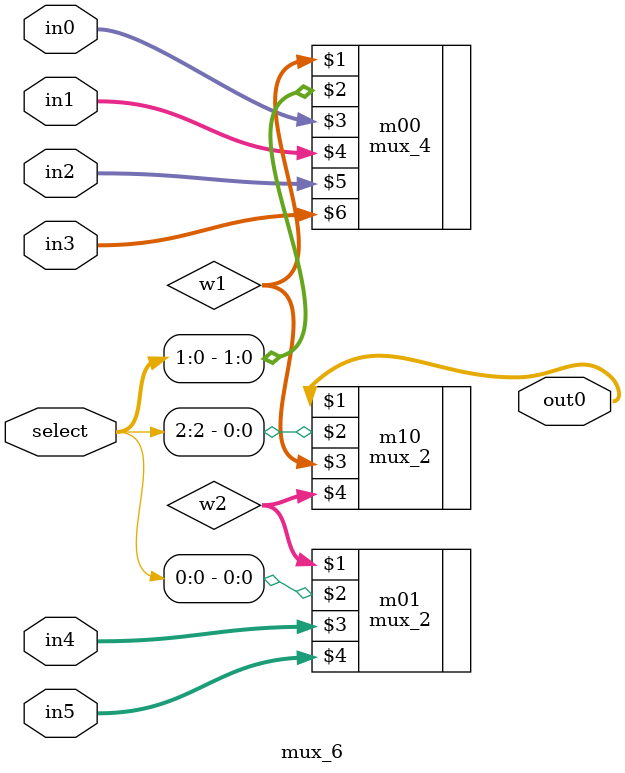
<source format=v>
module mux_6(out0, select, in0, in1, in2, in3, in4, in5);
    input [2:0] select;
    input [31:0] in0, in1, in2, in3, in4, in5;
    output [31:0] out0;
    wire [31:0] w1, w2;

    mux_4 m00(w1, select[1:0], in0, in1, in2, in3);
    mux_2 m01(w2, select[0], in4, in5);
    mux_2 m10(out0, select[2], w1, w2);
endmodule
</source>
